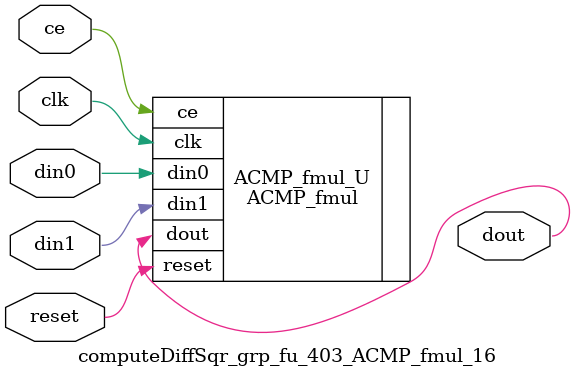
<source format=v>

`timescale 1 ns / 1 ps
module computeDiffSqr_grp_fu_403_ACMP_fmul_16(
    clk,
    reset,
    ce,
    din0,
    din1,
    dout);

parameter ID = 32'd1;
parameter NUM_STAGE = 32'd1;
parameter din0_WIDTH = 32'd1;
parameter din1_WIDTH = 32'd1;
parameter dout_WIDTH = 32'd1;
input clk;
input reset;
input ce;
input[din0_WIDTH - 1:0] din0;
input[din1_WIDTH - 1:0] din1;
output[dout_WIDTH - 1:0] dout;



ACMP_fmul #(
.ID( ID ),
.NUM_STAGE( 4 ),
.din0_WIDTH( din0_WIDTH ),
.din1_WIDTH( din1_WIDTH ),
.dout_WIDTH( dout_WIDTH ))
ACMP_fmul_U(
    .clk( clk ),
    .reset( reset ),
    .ce( ce ),
    .din0( din0 ),
    .din1( din1 ),
    .dout( dout ));

endmodule

</source>
